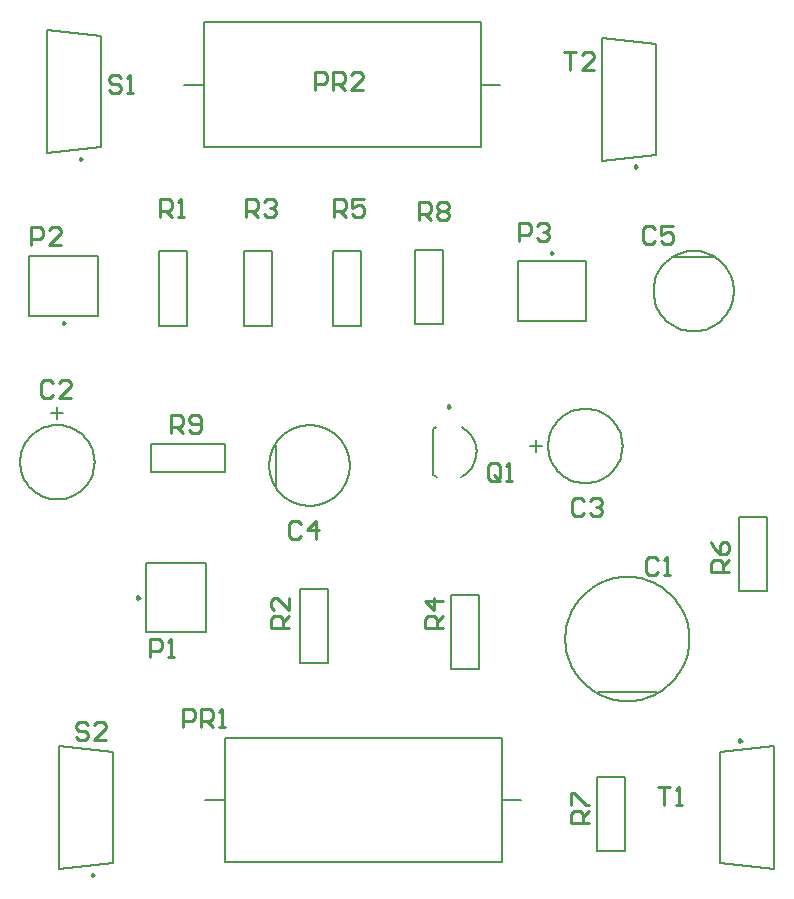
<source format=gto>
G04*
G04 #@! TF.GenerationSoftware,Altium Limited,Altium Designer,22.9.1 (49)*
G04*
G04 Layer_Color=65535*
%FSLAX25Y25*%
%MOIN*%
G70*
G04*
G04 #@! TF.SameCoordinates,E0007E1A-B842-4F06-B59B-3BF212909B56*
G04*
G04*
G04 #@! TF.FilePolarity,Positive*
G04*
G01*
G75*
%ADD10C,0.00984*%
%ADD11C,0.00591*%
%ADD12C,0.00787*%
%ADD13C,0.01000*%
D10*
X56868Y276453D02*
X56130Y276879D01*
Y276027D01*
X56868Y276453D01*
X241868Y273953D02*
X241130Y274379D01*
Y273527D01*
X241868Y273953D01*
X60760Y37913D02*
X60022Y38340D01*
Y37487D01*
X60760Y37913D01*
X75937Y130354D02*
X75199Y130780D01*
Y129928D01*
X75937Y130354D01*
X276575Y82677D02*
X275837Y83103D01*
Y82251D01*
X276575Y82677D01*
X179496Y194012D02*
X178758Y194438D01*
Y193586D01*
X179496Y194012D01*
X50996Y221795D02*
X50258Y222221D01*
Y221369D01*
X50996Y221795D01*
X213878Y245118D02*
X213140Y245544D01*
Y244692D01*
X213878Y245118D01*
D11*
X274016Y232480D02*
X273978Y233481D01*
X273866Y234475D01*
X273680Y235459D01*
X273421Y236426D01*
X273090Y237371D01*
X272690Y238288D01*
X272222Y239173D01*
X271690Y240021D01*
X271095Y240826D01*
X270442Y241585D01*
X269735Y242293D01*
X268976Y242946D01*
X268170Y243540D01*
X267323Y244073D01*
X266438Y244541D01*
X265520Y244941D01*
X264576Y245271D01*
X263609Y245531D01*
X262625Y245717D01*
X261630Y245829D01*
X260630Y245866D01*
X259630Y245829D01*
X258635Y245717D01*
X257651Y245531D01*
X256684Y245271D01*
X255739Y244941D01*
X254822Y244541D01*
X253937Y244073D01*
X253089Y243540D01*
X252284Y242946D01*
X251525Y242293D01*
X250817Y241585D01*
X250165Y240826D01*
X249570Y240021D01*
X249037Y239173D01*
X248570Y238288D01*
X248169Y237371D01*
X247839Y236426D01*
X247580Y235459D01*
X247394Y234475D01*
X247282Y233481D01*
X247244Y232480D01*
X247282Y231480D01*
X247394Y230485D01*
X247580Y229502D01*
X247839Y228535D01*
X248169Y227590D01*
X248570Y226672D01*
X249038Y225787D01*
X249570Y224940D01*
X250165Y224134D01*
X250817Y223376D01*
X251525Y222668D01*
X252284Y222015D01*
X253089Y221420D01*
X253937Y220888D01*
X254822Y220420D01*
X255740Y220020D01*
X256684Y219689D01*
X257651Y219430D01*
X258635Y219244D01*
X259630Y219132D01*
X260630Y219094D01*
X261630Y219132D01*
X262625Y219244D01*
X263609Y219430D01*
X264576Y219689D01*
X265520Y220020D01*
X266438Y220420D01*
X267323Y220888D01*
X268170Y221420D01*
X268976Y222015D01*
X269735Y222668D01*
X270442Y223376D01*
X271095Y224134D01*
X271690Y224940D01*
X272222Y225787D01*
X272690Y226672D01*
X273090Y227590D01*
X273421Y228535D01*
X273680Y229502D01*
X273866Y230485D01*
X273978Y231480D01*
X274016Y232480D01*
X259173Y116512D02*
X259149Y117510D01*
X259077Y118507D01*
X258956Y119498D01*
X258788Y120483D01*
X258573Y121458D01*
X258310Y122422D01*
X258001Y123372D01*
X257647Y124306D01*
X257248Y125222D01*
X256806Y126117D01*
X256320Y126990D01*
X255793Y127839D01*
X255226Y128661D01*
X254619Y129455D01*
X253975Y130218D01*
X253295Y130949D01*
X252580Y131647D01*
X251832Y132310D01*
X251054Y132935D01*
X250245Y133522D01*
X249410Y134070D01*
X248549Y134576D01*
X247664Y135040D01*
X246759Y135461D01*
X245833Y135838D01*
X244891Y136170D01*
X243934Y136455D01*
X242964Y136694D01*
X241984Y136886D01*
X240995Y137030D01*
X240001Y137127D01*
X239003Y137175D01*
X238004D01*
X237007Y137127D01*
X236013Y137030D01*
X235024Y136886D01*
X234044Y136694D01*
X233074Y136455D01*
X232117Y136170D01*
X231174Y135838D01*
X230249Y135461D01*
X229344Y135040D01*
X228459Y134576D01*
X227598Y134070D01*
X226762Y133522D01*
X225954Y132935D01*
X225175Y132310D01*
X224428Y131647D01*
X223713Y130949D01*
X223033Y130218D01*
X222389Y129455D01*
X221782Y128661D01*
X221215Y127839D01*
X220688Y126990D01*
X220202Y126117D01*
X219759Y125222D01*
X219361Y124306D01*
X219006Y123372D01*
X218698Y122422D01*
X218435Y121458D01*
X218220Y120483D01*
X218052Y119498D01*
X217931Y118507D01*
X217859Y117510D01*
X217835Y116512D01*
X217859Y115513D01*
X217931Y114517D01*
X218052Y113525D01*
X218220Y112541D01*
X218435Y111565D01*
X218698Y110601D01*
X219006Y109652D01*
X219361Y108718D01*
X219759Y107802D01*
X220202Y106906D01*
X220688Y106033D01*
X221215Y105185D01*
X221782Y104363D01*
X222389Y103569D01*
X223033Y102806D01*
X223713Y102074D01*
X224428Y101376D01*
X225175Y100714D01*
X225954Y100089D01*
X226762Y99501D01*
X227598Y98954D01*
X228459Y98448D01*
X229343Y97983D01*
X230249Y97562D01*
X231174Y97186D01*
X232117Y96854D01*
X233074Y96569D01*
X234044Y96329D01*
X235024Y96138D01*
X236013Y95993D01*
X237007Y95897D01*
X238004Y95849D01*
X239003Y95849D01*
X240001Y95897D01*
X240995Y95993D01*
X241984Y96137D01*
X242964Y96329D01*
X243934Y96569D01*
X244891Y96854D01*
X245833Y97186D01*
X246758Y97562D01*
X247664Y97983D01*
X248549Y98448D01*
X249410Y98954D01*
X250245Y99501D01*
X251054Y100088D01*
X251832Y100714D01*
X252580Y101376D01*
X253295Y102074D01*
X253975Y102805D01*
X254619Y103569D01*
X255226Y104363D01*
X255793Y105185D01*
X256320Y106033D01*
X256806Y106906D01*
X257248Y107802D01*
X257647Y108717D01*
X258001Y109651D01*
X258310Y110601D01*
X258573Y111565D01*
X258788Y112541D01*
X258956Y113525D01*
X259077Y114517D01*
X259149Y115513D01*
X259173Y116512D01*
X145968Y174354D02*
X145931Y175355D01*
X145819Y176349D01*
X145633Y177333D01*
X145374Y178300D01*
X145043Y179245D01*
X144643Y180162D01*
X144175Y181047D01*
X143643Y181895D01*
X143048Y182700D01*
X142395Y183459D01*
X141687Y184167D01*
X140929Y184820D01*
X140123Y185414D01*
X139276Y185947D01*
X138391Y186415D01*
X137473Y186815D01*
X136528Y187145D01*
X135561Y187405D01*
X134578Y187591D01*
X133583Y187703D01*
X132583Y187740D01*
X131582Y187703D01*
X130588Y187591D01*
X129604Y187405D01*
X128637Y187145D01*
X127692Y186815D01*
X126775Y186415D01*
X125890Y185947D01*
X125042Y185414D01*
X124237Y184820D01*
X123478Y184167D01*
X122770Y183459D01*
X122117Y182700D01*
X121523Y181895D01*
X120990Y181047D01*
X120522Y180162D01*
X120122Y179245D01*
X119791Y178300D01*
X119533Y177333D01*
X119346Y176349D01*
X119234Y175355D01*
X119197Y174354D01*
X119234Y173354D01*
X119346Y172359D01*
X119533Y171376D01*
X119792Y170409D01*
X120122Y169464D01*
X120522Y168546D01*
X120990Y167661D01*
X121523Y166814D01*
X122117Y166008D01*
X122770Y165250D01*
X123478Y164542D01*
X124237Y163889D01*
X125042Y163294D01*
X125890Y162762D01*
X126775Y162294D01*
X127692Y161894D01*
X128637Y161563D01*
X129604Y161304D01*
X130588Y161118D01*
X131582Y161006D01*
X132583Y160968D01*
X133583Y161006D01*
X134578Y161118D01*
X135561Y161304D01*
X136528Y161563D01*
X137473Y161894D01*
X138391Y162294D01*
X139276Y162762D01*
X140123Y163294D01*
X140929Y163889D01*
X141687Y164542D01*
X142395Y165250D01*
X143048Y166008D01*
X143643Y166814D01*
X144175Y167661D01*
X144643Y168546D01*
X145043Y169464D01*
X145374Y170409D01*
X145633Y171376D01*
X145819Y172359D01*
X145931Y173354D01*
X145968Y174354D01*
X48503Y193936D02*
Y190000D01*
X50471Y191968D02*
X46535D01*
X206001Y180853D02*
X209937D01*
X207969Y182821D02*
Y178885D01*
D12*
X60905Y175433D02*
X60865Y176431D01*
X60745Y177422D01*
X60545Y178401D01*
X60267Y179360D01*
X59913Y180294D01*
X59485Y181196D01*
X58986Y182061D01*
X58418Y182883D01*
X57787Y183657D01*
X57095Y184377D01*
X56347Y185039D01*
X55549Y185639D01*
X54705Y186173D01*
X53820Y186637D01*
X52902Y187029D01*
X51954Y187345D01*
X50985Y187584D01*
X49999Y187744D01*
X49003Y187825D01*
X48005D01*
X47009Y187744D01*
X46023Y187584D01*
X45054Y187345D01*
X44106Y187029D01*
X43187Y186637D01*
X42303Y186173D01*
X41459Y185639D01*
X40661Y185039D01*
X39913Y184377D01*
X39221Y183657D01*
X38590Y182883D01*
X38022Y182061D01*
X37523Y181196D01*
X37095Y180294D01*
X36741Y179360D01*
X36463Y178401D01*
X36263Y177422D01*
X36143Y176431D01*
X36102Y175433D01*
X36143Y174435D01*
X36263Y173444D01*
X36463Y172465D01*
X36741Y171506D01*
X37095Y170572D01*
X37523Y169670D01*
X38022Y168805D01*
X38590Y167983D01*
X39221Y167209D01*
X39913Y166489D01*
X40661Y165827D01*
X41459Y165227D01*
X42303Y164693D01*
X43187Y164229D01*
X44106Y163837D01*
X45054Y163521D01*
X46023Y163282D01*
X47009Y163122D01*
X48005Y163042D01*
X49003D01*
X49999Y163122D01*
X50985Y163282D01*
X51954Y163521D01*
X52902Y163837D01*
X53820Y164229D01*
X54705Y164693D01*
X55549Y165227D01*
X56347Y165827D01*
X57095Y166489D01*
X57787Y167209D01*
X58418Y167983D01*
X58986Y168805D01*
X59485Y169670D01*
X59913Y170572D01*
X60267Y171506D01*
X60545Y172465D01*
X60745Y173444D01*
X60865Y174435D01*
X60905Y175433D01*
X236906Y180854D02*
X236865Y181852D01*
X236745Y182844D01*
X236545Y183822D01*
X236267Y184782D01*
X235913Y185715D01*
X235485Y186618D01*
X234986Y187483D01*
X234418Y188304D01*
X233787Y189078D01*
X233095Y189798D01*
X232347Y190461D01*
X231549Y191061D01*
X230705Y191594D01*
X229820Y192059D01*
X228902Y192450D01*
X227954Y192766D01*
X226985Y193005D01*
X225999Y193166D01*
X225003Y193246D01*
X224005D01*
X223009Y193166D01*
X222023Y193005D01*
X221054Y192766D01*
X220106Y192450D01*
X219187Y192059D01*
X218303Y191594D01*
X217459Y191061D01*
X216661Y190461D01*
X215913Y189798D01*
X215221Y189078D01*
X214590Y188304D01*
X214022Y187483D01*
X213523Y186618D01*
X213095Y185715D01*
X212741Y184782D01*
X212463Y183822D01*
X212263Y182844D01*
X212143Y181852D01*
X212102Y180854D01*
X212143Y179856D01*
X212263Y178865D01*
X212463Y177886D01*
X212741Y176927D01*
X213095Y175993D01*
X213523Y175091D01*
X214022Y174226D01*
X214590Y173404D01*
X215221Y172631D01*
X215913Y171910D01*
X216661Y171248D01*
X217459Y170648D01*
X218303Y170114D01*
X219187Y169650D01*
X220106Y169259D01*
X221054Y168942D01*
X222023Y168703D01*
X223009Y168543D01*
X224005Y168463D01*
X225003D01*
X225999Y168543D01*
X226985Y168703D01*
X227954Y168942D01*
X228902Y169259D01*
X229820Y169650D01*
X230705Y170114D01*
X231549Y170648D01*
X232347Y171248D01*
X233095Y171910D01*
X233787Y172631D01*
X234418Y173404D01*
X234986Y174226D01*
X235485Y175091D01*
X235913Y175993D01*
X236267Y176927D01*
X236545Y177886D01*
X236745Y178865D01*
X236865Y179856D01*
X236906Y180854D01*
X174675Y187031D02*
X173748Y186469D01*
Y171240D02*
X174403Y170827D01*
X175091Y170470D01*
X182918Y170471D02*
X183780Y170931D01*
X184589Y171478D01*
X185335Y172108D01*
X186011Y172813D01*
X186609Y173585D01*
X187122Y174416D01*
X187544Y175296D01*
X187872Y176216D01*
X188101Y177166D01*
X188228Y178134D01*
X188252Y179110D01*
X188174Y180084D01*
X187993Y181043D01*
X187712Y181979D01*
X187335Y182879D01*
X186864Y183735D01*
X186306Y184536D01*
X185666Y185274D01*
X184952Y185941D01*
X184172Y186528D01*
X183335Y187030D01*
X275590Y132480D02*
X285039D01*
X275590D02*
Y157283D01*
X285039Y132480D02*
Y157283D01*
X275590D02*
X285039D01*
X45057Y278421D02*
Y319366D01*
Y278421D02*
X63167Y280390D01*
X45057Y319366D02*
X63167Y317398D01*
Y280390D02*
Y317398D01*
X230057Y275921D02*
Y316866D01*
Y275921D02*
X248167Y277890D01*
X230057Y316866D02*
X248167Y314898D01*
Y277890D02*
Y314898D01*
X253740Y243799D02*
X267323D01*
X97827Y62854D02*
X104244D01*
X196764D02*
X203181D01*
X196764Y42185D02*
Y83524D01*
X104244D02*
X196764D01*
X104244Y42185D02*
Y83524D01*
Y42185D02*
X196764D01*
X67059Y41850D02*
Y78858D01*
X48949Y80827D02*
X67059Y78858D01*
X48949Y39882D02*
X67059Y41850D01*
X48949Y39882D02*
Y80827D01*
X90827Y301354D02*
X97244D01*
X189764D02*
X196181D01*
X189764Y280685D02*
Y322024D01*
X97244D02*
X189764D01*
X97244Y280685D02*
Y322024D01*
Y280685D02*
X189764D01*
X167780Y246256D02*
X177228D01*
Y221453D02*
Y246256D01*
X167780Y221453D02*
Y246256D01*
Y221453D02*
X177228D01*
X79602Y172130D02*
Y181579D01*
X104405D01*
X79602Y172130D02*
X104405D01*
Y181579D01*
X228661Y98894D02*
X248346D01*
X98004Y118937D02*
Y141772D01*
X78004Y118937D02*
X98004D01*
X78004Y141772D02*
X98004D01*
X78004Y118937D02*
Y141772D01*
X129279Y133256D02*
X138728D01*
Y108453D02*
Y133256D01*
X129279Y108453D02*
Y133256D01*
Y108453D02*
X138728D01*
X179780Y131256D02*
X189228D01*
Y106453D02*
Y131256D01*
X179780Y106453D02*
Y131256D01*
Y106453D02*
X189228D01*
X269291Y41732D02*
Y78740D01*
Y41732D02*
X287402Y39764D01*
X269291Y78740D02*
X287402Y80709D01*
Y39764D02*
Y80709D01*
X228346Y45866D02*
X237795D01*
X228346D02*
Y70669D01*
X237795Y45866D02*
Y70669D01*
X228346D02*
X237795D01*
X173748Y171240D02*
Y186469D01*
X121264Y167465D02*
Y181047D01*
X140279Y245756D02*
X149728D01*
Y220953D02*
Y245756D01*
X140279Y220953D02*
Y245756D01*
Y220953D02*
X149728D01*
X110780Y245756D02*
X120228D01*
Y220953D02*
Y245756D01*
X110780Y220953D02*
Y245756D01*
Y220953D02*
X120228D01*
X82279Y245756D02*
X91728D01*
Y220953D02*
Y245756D01*
X82279Y220953D02*
Y245756D01*
Y220953D02*
X91728D01*
X39087Y244354D02*
X61921D01*
Y224354D02*
Y244354D01*
X39087Y224354D02*
Y244354D01*
Y224354D02*
X61921D01*
X201969Y222559D02*
X224803D01*
X201969D02*
Y242559D01*
X224803Y222559D02*
Y242559D01*
X201969D02*
X224803D01*
D13*
X272487Y138899D02*
X266489D01*
Y141898D01*
X267489Y142898D01*
X269488D01*
X270488Y141898D01*
Y138899D01*
Y140899D02*
X272487Y142898D01*
X266489Y148896D02*
X267489Y146897D01*
X269488Y144897D01*
X271487D01*
X272487Y145897D01*
Y147896D01*
X271487Y148896D01*
X270488D01*
X269488Y147896D01*
Y144897D01*
X69685Y303377D02*
X68685Y304377D01*
X66686D01*
X65686Y303377D01*
Y302378D01*
X66686Y301378D01*
X68685D01*
X69685Y300378D01*
Y299379D01*
X68685Y298379D01*
X66686D01*
X65686Y299379D01*
X71684Y298379D02*
X73684D01*
X72684D01*
Y304377D01*
X71684Y303377D01*
X217246Y312251D02*
X221244D01*
X219245D01*
Y306253D01*
X227242D02*
X223244D01*
X227242Y310252D01*
Y311251D01*
X226243Y312251D01*
X224243D01*
X223244Y311251D01*
X248757Y67172D02*
X252756D01*
X250757D01*
Y61174D01*
X254755D02*
X256755D01*
X255755D01*
Y67172D01*
X254755Y66173D01*
X58843Y87826D02*
X57843Y88826D01*
X55844D01*
X54844Y87826D01*
Y86826D01*
X55844Y85827D01*
X57843D01*
X58843Y84827D01*
Y83827D01*
X57843Y82828D01*
X55844D01*
X54844Y83827D01*
X64841Y82828D02*
X60842D01*
X64841Y86826D01*
Y87826D01*
X63841Y88826D01*
X61842D01*
X60842Y87826D01*
X86340Y185190D02*
Y191188D01*
X89339D01*
X90339Y190188D01*
Y188189D01*
X89339Y187189D01*
X86340D01*
X88340D02*
X90339Y185190D01*
X92338Y186190D02*
X93338Y185190D01*
X95337D01*
X96337Y186190D01*
Y190188D01*
X95337Y191188D01*
X93338D01*
X92338Y190188D01*
Y189189D01*
X93338Y188189D01*
X96337D01*
X169017Y256056D02*
Y262054D01*
X172016D01*
X173016Y261054D01*
Y259055D01*
X172016Y258055D01*
X169017D01*
X171017D02*
X173016Y256056D01*
X175015Y261054D02*
X176015Y262054D01*
X178015D01*
X179014Y261054D01*
Y260055D01*
X178015Y259055D01*
X179014Y258055D01*
Y257056D01*
X178015Y256056D01*
X176015D01*
X175015Y257056D01*
Y258055D01*
X176015Y259055D01*
X175015Y260055D01*
Y261054D01*
X176015Y259055D02*
X178015D01*
X225637Y55183D02*
X219639D01*
Y58182D01*
X220638Y59181D01*
X222638D01*
X223638Y58182D01*
Y55183D01*
Y57182D02*
X225637Y59181D01*
X219639Y61181D02*
Y65180D01*
X220638D01*
X224637Y61181D01*
X225637D01*
X140804Y257254D02*
Y263252D01*
X143803D01*
X144803Y262253D01*
Y260253D01*
X143803Y259254D01*
X140804D01*
X142803D02*
X144803Y257254D01*
X150801Y263252D02*
X146802D01*
Y260253D01*
X148801Y261253D01*
X149801D01*
X150801Y260253D01*
Y258254D01*
X149801Y257254D01*
X147802D01*
X146802Y258254D01*
X177015Y120199D02*
X171017D01*
Y123197D01*
X172016Y124197D01*
X174016D01*
X175015Y123197D01*
Y120199D01*
Y122198D02*
X177015Y124197D01*
Y129196D02*
X171017D01*
X174016Y126197D01*
Y130195D01*
X111304Y257254D02*
Y263252D01*
X114303D01*
X115303Y262253D01*
Y260253D01*
X114303Y259254D01*
X111304D01*
X113303D02*
X115303Y257254D01*
X117302Y262253D02*
X118302Y263252D01*
X120301D01*
X121301Y262253D01*
Y261253D01*
X120301Y260253D01*
X119301D01*
X120301D01*
X121301Y259254D01*
Y258254D01*
X120301Y257254D01*
X118302D01*
X117302Y258254D01*
X125834Y120199D02*
X119836D01*
Y123197D01*
X120835Y124197D01*
X122835D01*
X123834Y123197D01*
Y120199D01*
Y122198D02*
X125834Y124197D01*
Y130195D02*
Y126197D01*
X121835Y130195D01*
X120835D01*
X119836Y129196D01*
Y127196D01*
X120835Y126197D01*
X82804Y257254D02*
Y263252D01*
X85803D01*
X86803Y262253D01*
Y260253D01*
X85803Y259254D01*
X82804D01*
X84803D02*
X86803Y257254D01*
X88802D02*
X90801D01*
X89802D01*
Y263252D01*
X88802Y262253D01*
X196004Y170355D02*
Y174354D01*
X195004Y175353D01*
X193005D01*
X192005Y174354D01*
Y170355D01*
X193005Y169355D01*
X195004D01*
X194005Y171355D02*
X196004Y169355D01*
X195004D02*
X196004Y170355D01*
X198003Y169355D02*
X200003D01*
X199003D01*
Y175353D01*
X198003Y174354D01*
X134522Y299363D02*
Y305361D01*
X137521D01*
X138521Y304362D01*
Y302362D01*
X137521Y301362D01*
X134522D01*
X140520Y299363D02*
Y305361D01*
X143519D01*
X144519Y304362D01*
Y302362D01*
X143519Y301362D01*
X140520D01*
X142520D02*
X144519Y299363D01*
X150517D02*
X146518D01*
X150517Y303362D01*
Y304362D01*
X149517Y305361D01*
X147518D01*
X146518Y304362D01*
X90404Y87354D02*
Y93352D01*
X93403D01*
X94403Y92353D01*
Y90353D01*
X93403Y89354D01*
X90404D01*
X96402Y87354D02*
Y93352D01*
X99401D01*
X100401Y92353D01*
Y90353D01*
X99401Y89354D01*
X96402D01*
X98401D02*
X100401Y87354D01*
X102400D02*
X104399D01*
X103400D01*
Y93352D01*
X102400Y92353D01*
X202504Y249054D02*
Y255052D01*
X205503D01*
X206503Y254053D01*
Y252053D01*
X205503Y251054D01*
X202504D01*
X208502Y254053D02*
X209502Y255052D01*
X211501D01*
X212501Y254053D01*
Y253053D01*
X211501Y252053D01*
X210501D01*
X211501D01*
X212501Y251054D01*
Y250054D01*
X211501Y249054D01*
X209502D01*
X208502Y250054D01*
X39604Y247854D02*
Y253852D01*
X42603D01*
X43603Y252853D01*
Y250853D01*
X42603Y249854D01*
X39604D01*
X49601Y247854D02*
X45602D01*
X49601Y251853D01*
Y252853D01*
X48601Y253852D01*
X46602D01*
X45602Y252853D01*
X79466Y110387D02*
Y116385D01*
X82465D01*
X83465Y115385D01*
Y113386D01*
X82465Y112386D01*
X79466D01*
X85464Y110387D02*
X87463D01*
X86464D01*
Y116385D01*
X85464Y115385D01*
X247819Y253181D02*
X246819Y254180D01*
X244820D01*
X243821Y253181D01*
Y249182D01*
X244820Y248182D01*
X246819D01*
X247819Y249182D01*
X253817Y254180D02*
X249819D01*
Y251181D01*
X251818Y252181D01*
X252818D01*
X253817Y251181D01*
Y249182D01*
X252818Y248182D01*
X250818D01*
X249819Y249182D01*
X129709Y154755D02*
X128709Y155755D01*
X126710D01*
X125710Y154755D01*
Y150757D01*
X126710Y149757D01*
X128709D01*
X129709Y150757D01*
X134707Y149757D02*
Y155755D01*
X131708Y152756D01*
X135707D01*
X224197Y162629D02*
X223198Y163629D01*
X221198D01*
X220198Y162629D01*
Y158631D01*
X221198Y157631D01*
X223198D01*
X224197Y158631D01*
X226197Y162629D02*
X227196Y163629D01*
X229196D01*
X230195Y162629D01*
Y161630D01*
X229196Y160630D01*
X228196D01*
X229196D01*
X230195Y159630D01*
Y158631D01*
X229196Y157631D01*
X227196D01*
X226197Y158631D01*
X47032Y201999D02*
X46032Y202999D01*
X44033D01*
X43033Y201999D01*
Y198001D01*
X44033Y197001D01*
X46032D01*
X47032Y198001D01*
X53030Y197001D02*
X49031D01*
X53030Y201000D01*
Y201999D01*
X52030Y202999D01*
X50031D01*
X49031Y201999D01*
X248819Y142944D02*
X247819Y143944D01*
X245820D01*
X244820Y142944D01*
Y138945D01*
X245820Y137946D01*
X247819D01*
X248819Y138945D01*
X250818Y137946D02*
X252818D01*
X251818D01*
Y143944D01*
X250818Y142944D01*
M02*

</source>
